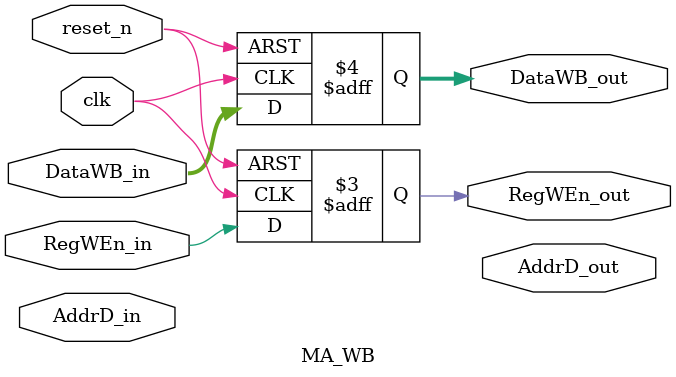
<source format=v>
`timescale 1ns / 1ps
module MA_WB(
    input               clk, reset_n,
    input               RegWEn_in,  
    input [4:0]         AddrD_in, 
    input [31:0]        DataWB_in, 
    
    output reg          RegWEn_out,
    output [4:0]        AddrD_out,
    output reg [31:0]   DataWB_out);
    
    always @(posedge clk or negedge reset_n) begin
        if(!reset_n) begin
            RegWEn_out      <= 0;
            DataWB_out      <= 0;
        end
        else begin
            RegWEn_out      <= RegWEn_in;
            DataWB_out      <= DataWB_in;
        end
    end
endmodule

</source>
